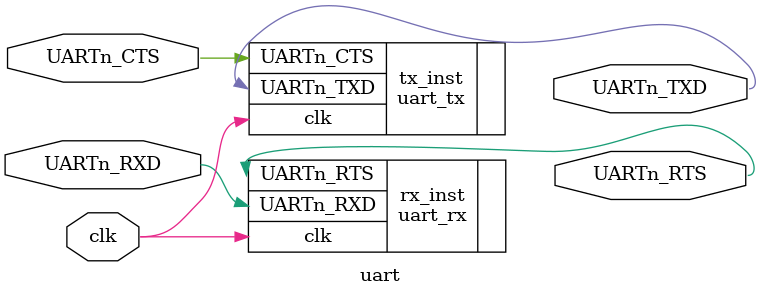
<source format=v>
module uart(UARTn_RXD, UARTn_CTS, clk, UARTn_RTS, UARTn_TXD);

input UARTn_RXD;
input clk;
input UARTn_CTS;

output UARTn_RTS;
output UARTn_TXD;

uart_rx rx_inst (.clk(clk), .UARTn_RXD(UARTn_RXD), .UARTn_RTS(UARTn_RTS));
uart_tx tx_inst (.clk(clk), .UARTn_CTS(UARTn_CTS), .UARTn_TXD(UARTn_TXD));
 



endmodule
</source>
